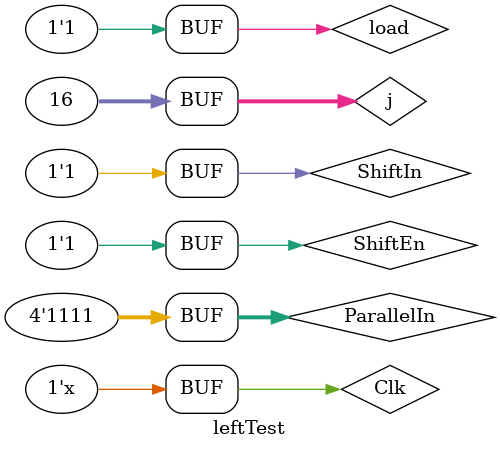
<source format=v>
`timescale 1ns / 1ps


module leftTest();

    reg Clk;
    reg ShiftIn;
    reg [3:0] ParallelIn;
    reg load;
    reg ShiftEn;
    wire ShiftOut;
    wire [3:0] RegContent;
    integer j;
    
    leftShift DUT(.Clk(Clk), .ShiftIn(ShiftIn), .ParallelIn(ParallelIn), .load(load), .ShiftEn(ShiftEn), .ShiftOut(ShiftOut), .RegContent(RegContent));
    
    always #2 Clk = !Clk;
    
    initial
        begin
        ShiftEn = 0; load = 0; Clk = 0;
        for(j=0; j<16; j=j+1)
        begin
            #4 ParallelIn = j;
            ShiftIn = j%2;       
        end
        ShiftEn = 0; load = 1; Clk = 0;
        for(j=0; j<16; j=j+1)
        begin
            #4 ParallelIn = j;
            ShiftIn = j%2;       
        end
        ShiftEn = 1; load = 0; Clk = 0;
        for(j=0; j<16; j=j+1)
        begin
            #4 ParallelIn = j;
             ShiftIn = j%2;       
        end
        ShiftEn = 1; load = 1; Clk = 0;
        for(j=0; j<16; j=j+1)
        begin
            #4 ParallelIn = j;
            ShiftIn = j%2;       
        end
     end
endmodule

</source>
